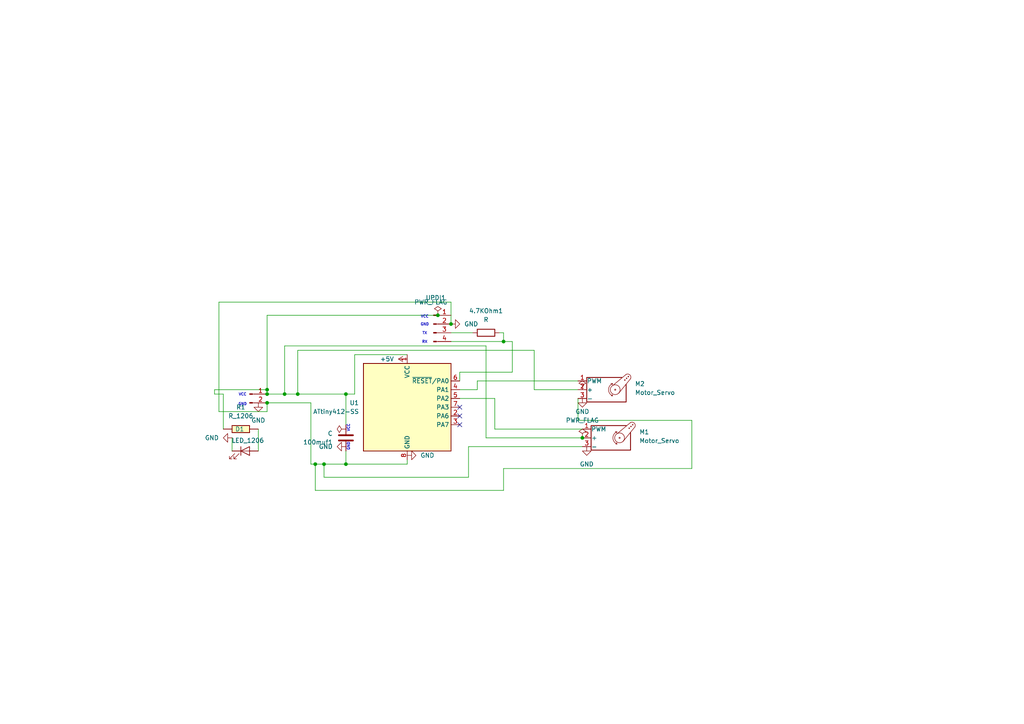
<source format=kicad_sch>
(kicad_sch (version 20231120) (generator "eeschema") (generator_version "8.0")
  (paper "A4")
  (lib_symbols
    (symbol "Connector:Conn_01x02_Pin" (pin_names (offset 1.016) hide)
      (property "Reference" "J" (at 0 2.54 0))
      (property "Value" "Conn_01x02_Pin" (at 0 -5.08 0))
      (symbol "Conn_01x02_Pin_1_1"
        (polyline (pts (xy 1.27 -2.54) (xy 0.8636 -2.54)) (stroke (width 0.1524)))
        (polyline (pts (xy 1.27 0) (xy 0.8636 0)) (stroke (width 0.1524)))
        (rectangle (start 0.8636 -2.413) (end 0 -2.667) (stroke (width 0.1524)) (fill (type outline)))
        (rectangle (start 0.8636 0.127) (end 0 -0.127) (stroke (width 0.1524)) (fill (type outline)))
        (pin passive line (at 5.08 0 180) (length 3.81) (name "Pin_1") (number "1"))
        (pin passive line (at 5.08 -2.54 180) (length 3.81) (name "Pin_2") (number "2"))
      )
    )
    (symbol "Connector:Conn_01x04_Pin" (pin_names (offset 1.016) hide)
      (property "Reference" "J" (at 0 5.08 0))
      (property "Value" "Conn_01x04_Pin" (at 0 -7.62 0))
      (symbol "Conn_01x04_Pin_1_1"
        (polyline (pts (xy 1.27 -5.08) (xy 0.8636 -5.08)) (stroke (width 0.1524)))
        (polyline (pts (xy 1.27 -2.54) (xy 0.8636 -2.54)) (stroke (width 0.1524)))
        (polyline (pts (xy 1.27 0) (xy 0.8636 0)) (stroke (width 0.1524)))
        (polyline (pts (xy 1.27 2.54) (xy 0.8636 2.54)) (stroke (width 0.1524)))
        (rectangle (start 0.8636 -4.953) (end 0 -5.207) (stroke (width 0.1524)) (fill (type outline)))
        (rectangle (start 0.8636 -2.413) (end 0 -2.667) (stroke (width 0.1524)) (fill (type outline)))
        (rectangle (start 0.8636 0.127) (end 0 -0.127) (stroke (width 0.1524)) (fill (type outline)))
        (rectangle (start 0.8636 2.667) (end 0 2.413) (stroke (width 0.1524)) (fill (type outline)))
        (pin passive line (at 5.08 2.54 180) (length 3.81) (name "Pin_1") (number "1"))
        (pin passive line (at 5.08 0 180) (length 3.81) (name "Pin_2") (number "2"))
        (pin passive line (at 5.08 -2.54 180) (length 3.81) (name "Pin_3") (number "3"))
        (pin passive line (at 5.08 -5.08 180) (length 3.81) (name "Pin_4") (number "4"))
      )
    )
    (symbol "Device:C" (pin_numbers hide) (pin_names (offset 0.254))
      (property "Reference" "C" (at 0.635 2.54 0))
      (property "Value" "C" (at 0.635 -2.54 0))
      (symbol "C_0_1"
        (polyline (pts (xy -2.032 -0.762) (xy 2.032 -0.762)) (stroke (width 0.508)))
        (polyline (pts (xy -2.032 0.762) (xy 2.032 0.762)) (stroke (width 0.508)))
      )
      (symbol "C_1_1"
        (pin passive line (at 0 3.81 270) (length 2.794) (name "~") (number "1"))
        (pin passive line (at 0 -3.81 90) (length 2.794) (name "~") (number "2"))
      )
    )
    (symbol "Device:R" (pin_numbers hide) (pin_names (offset 0))
      (property "Reference" "R" (at 2.032 0 90))
      (property "Value" "R" (at 0 0 90))
      (symbol "R_0_1"
        (rectangle (start -1.016 -2.54) (end 1.016 2.54) (stroke (width 0.254)))
      )
      (symbol "R_1_1"
        (pin passive line (at 0 3.81 270) (length 1.27) (name "~") (number "1"))
        (pin passive line (at 0 -3.81 90) (length 1.27) (name "~") (number "2"))
      )
    )
    (symbol "MCU_Microchip_ATtiny:ATtiny412-SS"
      (property "Reference" "U" (at -12.7 13.97 0))
      (property "Value" "ATtiny412-SS" (at 2.54 -13.97 0))
      (symbol "ATtiny412-SS_0_1"
        (rectangle (start -12.7 -12.7) (end 12.7 12.7) (stroke (width 0.254)) (fill (type background)))
      )
      (symbol "ATtiny412-SS_1_1"
        (pin power_in line (at 0 15.24 270) (length 2.54) (name "VCC") (number "1"))
        (pin bidirectional line (at 15.24 -2.54 180) (length 2.54) (name "PA6") (number "2"))
        (pin bidirectional line (at 15.24 -5.08 180) (length 2.54) (name "PA7") (number "3"))
        (pin bidirectional line (at 15.24 5.08 180) (length 2.54) (name "PA1") (number "4"))
        (pin bidirectional line (at 15.24 2.54 180) (length 2.54) (name "PA2") (number "5"))
        (pin bidirectional line (at 15.24 7.62 180) (length 2.54) (name "~{RESET}/PA0") (number "6"))
        (pin bidirectional line (at 15.24 0 180) (length 2.54) (name "PA3") (number "7"))
        (pin power_in line (at 0 -15.24 90) (length 2.54) (name "GND") (number "8"))
      )
    )
    (symbol "Motor:Motor_Servo" (pin_names (offset 0.0254))
      (property "Reference" "M" (at -5.08 4.445 0))
      (property "Value" "Motor_Servo" (at -5.08 -4.064 0))
      (symbol "Motor_Servo_0_1"
        (polyline (pts (xy 2.413 -1.778) (xy 2.032 -1.778)))
        (polyline (pts (xy 2.413 -1.778) (xy 2.286 -1.397)))
        (polyline (pts (xy 2.413 1.778) (xy 1.905 1.778)))
        (polyline (pts (xy 2.413 1.778) (xy 2.286 1.397)))
        (polyline (pts (xy 6.35 4.445) (xy 2.54 1.27)))
        (polyline (pts (xy 7.62 3.175) (xy 4.191 -1.016)))
        (polyline (pts (xy 5.08 3.556) (xy -5.08 3.556) (xy -5.08 -3.556) (xy 6.35 -3.556) (xy 6.35 1.524)) (stroke (width 0.254)))
        (arc (start 2.413 1.778) (mid 1.2406 0) (end 2.413 -1.778))
        (circle (center 3.175 0) (radius 0.1778))
        (circle (center 3.175 0) (radius 1.4224))
        (circle (center 5.969 2.794) (radius 0.127))
        (circle (center 6.477 3.302) (radius 0.127))
        (circle (center 6.985 3.81) (radius 0.127))
        (arc (start 7.62 3.175) (mid 7.4485 4.2735) (end 6.35 4.445))
      )
      (symbol "Motor_Servo_1_1"
        (pin passive line (at -7.62 2.54 0) (length 2.54) (name "PWM") (number "1"))
        (pin passive line (at -7.62 0 0) (length 2.54) (name "+") (number "2"))
        (pin passive line (at -7.62 -2.54 0) (length 2.54) (name "-") (number "3"))
      )
    )
    (symbol "fab:LED_1206" (pin_numbers hide) (pin_names (offset 1.016) hide)
      (property "Reference" "D" (at 0 2.54 0))
      (property "Value" "LED_1206" (at 0 -2.54 0))
      (symbol "LED_1206_0_1"
        (polyline (pts (xy -1.27 -1.27) (xy -1.27 1.27)) (stroke (width 0.2032)))
        (polyline (pts (xy -1.27 0) (xy 1.27 0)))
        (polyline (pts (xy 1.27 -1.27) (xy 1.27 1.27) (xy -1.27 0) (xy 1.27 -1.27)) (stroke (width 0.2032)))
        (polyline (pts (xy -3.048 -0.762) (xy -4.572 -2.286) (xy -3.81 -2.286) (xy -4.572 -2.286) (xy -4.572 -1.524)))
        (polyline (pts (xy -1.778 -0.762) (xy -3.302 -2.286) (xy -2.54 -2.286) (xy -3.302 -2.286) (xy -3.302 -1.524)))
      )
      (symbol "LED_1206_1_1"
        (pin passive line (at -3.81 0 0) (length 2.54) (name "K") (number "1"))
        (pin passive line (at 3.81 0 180) (length 2.54) (name "A") (number "2"))
      )
    )
    (symbol "fab:R_1206" (pin_numbers hide) (pin_names (offset 0))
      (property "Reference" "R" (at 2.54 0 90))
      (property "Value" "R_1206" (at -2.54 0 90))
      (symbol "R_1206_0_1"
        (rectangle (start -1.016 -2.54) (end 1.016 2.54) (stroke (width 0.254)) (fill (type background)))
      )
      (symbol "R_1206_1_1"
        (pin passive line (at 0 5.08 270) (length 2.54) (name "~") (number "1"))
        (pin passive line (at 0 -5.08 90) (length 2.54) (name "~") (number "2"))
      )
    )
    (symbol "power:+5V" (power) (pin_numbers hide) (pin_names (offset 0) hide)
      (property "Value" "+5V" (at 0 3.556 0))
      (symbol "+5V_0_1"
        (polyline (pts (xy -0.762 1.27) (xy 0 2.54)))
        (polyline (pts (xy 0 0) (xy 0 2.54)))
        (polyline (pts (xy 0 2.54) (xy 0.762 1.27)))
      )
      (symbol "+5V_1_1"
        (pin power_in line (at 0 0 90) (length 0) (name "~") (number "1"))
      )
    )
    (symbol "power:GND" (power) (pin_numbers hide) (pin_names (offset 0) hide)
      (property "Value" "GND" (at 0 -3.81 0))
      (symbol "GND_0_1"
        (polyline (pts (xy 0 0) (xy 0 -1.27) (xy 1.27 -1.27) (xy 0 -2.54) (xy -1.27 -1.27) (xy 0 -1.27)))
      )
      (symbol "GND_1_1"
        (pin power_in line (at 0 0 270) (length 0) (name "~") (number "1"))
      )
    )
    (symbol "power:PWR_FLAG" (power) (pin_numbers hide) (pin_names (offset 0) hide)
      (property "Value" "PWR_FLAG" (at 0 3.81 0))
      (symbol "PWR_FLAG_0_0"
        (pin power_out line (at 0 0 90) (length 0) (name "~") (number "1"))
      )
      (symbol "PWR_FLAG_0_1"
        (polyline (pts (xy 0 0) (xy 0 1.27) (xy -1.016 1.905) (xy 0 2.54) (xy 1.016 1.905) (xy 0 1.27)))
      )
    )
  )
  (junction (at 100.33 114.3))
  (junction (at 91.44 134.62))
  (junction (at 77.47 116.84))
  (junction (at 168.91 127))
  (junction (at 100.33 134.62))
  (junction (at 93.98 134.62))
  (junction (at 130.81 93.98))
  (junction (at 82.55 114.3))
  (junction (at 127 91.44))
  (junction (at 86.36 114.3))
  (junction (at 77.47 114.3))
  (junction (at 77.47 113.03))
  (junction (at 146.05 99.06))
  (no_connect (at 133.35 123.19))
  (no_connect (at 133.35 120.65))
  (no_connect (at 133.35 118.11))
  (wire (pts (xy 100.33 130.81) (xy 100.33 134.62)))
  (wire (pts (xy 93.98 138.43) (xy 93.98 134.62)))
  (wire (pts (xy 93.98 134.62) (xy 100.33 134.62)))
  (wire (pts (xy 130.81 87.63) (xy 63.5 87.63)))
  (wire (pts (xy 140.97 127) (xy 140.97 100.33)))
  (wire (pts (xy 102.87 102.87) (xy 118.11 102.87)))
  (wire (pts (xy 100.33 134.62) (xy 118.11 134.62)))
  (wire (pts (xy 167.64 110.49) (xy 138.43 110.49)))
  (wire (pts (xy 90.17 116.84) (xy 90.17 134.62)))
  (wire (pts (xy 77.47 91.44) (xy 77.47 113.03)))
  (wire (pts (xy 63.5 119.38) (xy 77.47 119.38)))
  (wire (pts (xy 135.89 129.54) (xy 135.89 138.43)))
  (wire (pts (xy 168.91 129.54) (xy 135.89 129.54)))
  (wire (pts (xy 62.23 113.03) (xy 77.47 113.03)))
  (wire (pts (xy 90.17 134.62) (xy 91.44 134.62)))
  (wire (pts (xy 154.94 113.03) (xy 154.94 101.6)))
  (wire (pts (xy 167.64 115.57) (xy 167.64 121.92)))
  (wire (pts (xy 144.78 96.52) (xy 146.05 96.52)))
  (wire (pts (xy 62.23 114.3) (xy 64.77 114.3)))
  (wire (pts (xy 168.91 127) (xy 140.97 127)))
  (wire (pts (xy 146.05 142.24) (xy 91.44 142.24)))
  (wire (pts (xy 62.23 114.3) (xy 62.23 113.03)))
  (wire (pts (xy 127 91.44) (xy 130.81 91.44)))
  (wire (pts (xy 100.33 114.3) (xy 100.33 123.19)))
  (wire (pts (xy 102.87 114.3) (xy 102.87 102.87)))
  (wire (pts (xy 100.33 114.3) (xy 102.87 114.3)))
  (wire (pts (xy 91.44 134.62) (xy 93.98 134.62)))
  (wire (pts (xy 168.91 124.46) (xy 143.51 124.46)))
  (wire (pts (xy 200.66 121.92) (xy 200.66 135.89)))
  (wire (pts (xy 64.77 114.3) (xy 64.77 124.46)))
  (wire (pts (xy 77.47 91.44) (xy 127 91.44)))
  (wire (pts (xy 130.81 96.52) (xy 137.16 96.52)))
  (wire (pts (xy 167.64 121.92) (xy 200.66 121.92)))
  (wire (pts (xy 77.47 116.84) (xy 90.17 116.84)))
  (wire (pts (xy 77.47 113.03) (xy 77.47 114.3)))
  (wire (pts (xy 143.51 124.46) (xy 143.51 115.57)))
  (wire (pts (xy 143.51 115.57) (xy 133.35 115.57)))
  (wire (pts (xy 146.05 135.89) (xy 146.05 142.24)))
  (wire (pts (xy 146.05 96.52) (xy 146.05 99.06)))
  (wire (pts (xy 118.11 134.62) (xy 118.11 133.35)))
  (wire (pts (xy 148.59 107.95) (xy 133.35 107.95)))
  (wire (pts (xy 63.5 87.63) (xy 63.5 119.38)))
  (wire (pts (xy 91.44 142.24) (xy 91.44 134.62)))
  (wire (pts (xy 154.94 101.6) (xy 86.36 101.6)))
  (wire (pts (xy 148.59 99.06) (xy 148.59 107.95)))
  (wire (pts (xy 167.64 113.03) (xy 154.94 113.03)))
  (wire (pts (xy 82.55 100.33) (xy 82.55 114.3)))
  (wire (pts (xy 130.81 87.63) (xy 130.81 93.98)))
  (wire (pts (xy 77.47 114.3) (xy 82.55 114.3)))
  (wire (pts (xy 140.97 100.33) (xy 82.55 100.33)))
  (wire (pts (xy 135.89 138.43) (xy 93.98 138.43)))
  (wire (pts (xy 138.43 110.49) (xy 138.43 113.03)))
  (wire (pts (xy 82.55 114.3) (xy 86.36 114.3)))
  (wire (pts (xy 133.35 107.95) (xy 133.35 110.49)))
  (wire (pts (xy 86.36 101.6) (xy 86.36 114.3)))
  (wire (pts (xy 67.31 130.81) (xy 67.31 127)))
  (wire (pts (xy 77.47 119.38) (xy 77.47 116.84)))
  (wire (pts (xy 74.93 130.81) (xy 74.93 124.46)))
  (wire (pts (xy 86.36 114.3) (xy 100.33 114.3)))
  (wire (pts (xy 130.81 99.06) (xy 146.05 99.06)))
  (wire (pts (xy 138.43 113.03) (xy 133.35 113.03)))
  (wire (pts (xy 146.05 99.06) (xy 148.59 99.06)))
  (wire (pts (xy 200.66 135.89) (xy 146.05 135.89)))
  (text "VCC" (at 123.19 91.948 0) (effects (font (size 0.762 0.762))))
  (text "VCC" (at 101.092 124.206 90) (effects (font (size 0.762 0.762))))
  (text "RX" (at 123.19 99.314 0) (effects (font (size 0.762 0.762))))
  (text "GND" (at 101.092 129.54 90) (effects (font (size 0.762 0.762))))
  (text "GND" (at 123.19 94.234 0) (effects (font (size 0.762 0.762))))
  (text "VCC" (at 70.358 114.554 0) (effects (font (size 0.762 0.762))))
  (text "GND" (at 70.358 117.348 0) (effects (font (size 0.762 0.762))))
  (text "TX" (at 123.19 96.774 0) (effects (font (size 0.762 0.762))))
  (symbol (lib_id "power:PWR_FLAG") (at 100.33 124.46 90) (unit 1)
    (property "Reference" "#FLG01" (effects (hide yes)))
    (property "Value" "PWR_FLAG" (effects (hide yes)))
    (property "Description" "Special symbol for telling ERC where power comes from" (effects (hide yes)))
  )
  (symbol (lib_id "power:+5V") (at 118.11 104.14 90) (unit 1)
    (property "Reference" "#PWR010" (effects (hide yes)))
    (property "Value" "+5V" (at 114.3 104.1399 90) (effects (justify left)))
    (property "Description" "Power symbol creates a global label with name \"+5V\"" (effects (hide yes)))
  )
  (symbol (lib_id "Device:C") (at 100.33 127 180) (unit 1)
    (property "Reference" "100muf1" (at 96.52 128.2701 0) (effects (justify left)))
    (property "Value" "C" (at 96.52 125.7301 0) (effects (justify left)))
    (property "Footprint" "Capacitor_SMD:C_0201_0603Metric_Pad0.64x0.40mm_HandSolder" (effects (hide yes)))
    (property "Description" "Unpolarized capacitor" (effects (hide yes)))
  )
  (symbol (lib_id "Connector:Conn_01x04_Pin") (at 125.73 93.98 0) (unit 1)
    (property "Reference" "UPDI1" (at 126.365 86.36 0))
    (property "Value" "Conn_01x04_Pin" (effects (hide yes)))
    (property "Footprint" "Connector_PinHeader_1.00mm:PinHeader_1x04_P1.00mm_Vertical_SMD_Pin1Left" (effects (hide yes)))
    (property "Description" "Generic connector, single row, 01x04, script generated" (effects (hide yes)))
  )
  (symbol (lib_id "power:PWR_FLAG") (at 168.91 127 0) (unit 1)
    (property "Reference" "#FLG05" (effects (hide yes)))
    (property "Value" "PWR_FLAG" (at 168.91 121.92 0))
    (property "Description" "Special symbol for telling ERC where power comes from" (effects (hide yes)))
  )
  (symbol (lib_id "power:GND") (at 168.91 115.57 0) (unit 1)
    (property "Reference" "#PWR05" (effects (hide yes)))
    (property "Value" "GND" (at 168.91 119.38 0))
    (property "Description" "Power symbol creates a global label with name \"GND\" , ground" (effects (hide yes)))
  )
  (symbol (lib_id "Device:R") (at 140.97 96.52 270) (unit 1)
    (property "Reference" "4.7KOhm1" (at 140.97 90.17 90))
    (property "Value" "R" (at 140.97 92.71 90))
    (property "Footprint" "Resistor_SMD:R_1206_3216Metric_Pad1.30x1.75mm_HandSolder" (effects (hide yes)))
    (property "Description" "Resistor" (effects (hide yes)))
  )
  (symbol (lib_id "power:PWR_FLAG") (at 127 91.44 0) (unit 1)
    (property "Reference" "#FLG02" (effects (hide yes)))
    (property "Value" "PWR_FLAG" (at 124.968 87.63 0))
    (property "Description" "Special symbol for telling ERC where power comes from" (effects (hide yes)))
  )
  (symbol (lib_id "power:GND") (at 118.11 132.08 90) (unit 1)
    (property "Reference" "#PWR02" (effects (hide yes)))
    (property "Value" "GND" (at 121.92 132.0799 90) (effects (justify right)))
    (property "Description" "Power symbol creates a global label with name \"GND\" , ground" (effects (hide yes)))
  )
  (symbol (lib_id "Motor:Motor_Servo") (at 175.26 113.03 0) (unit 1)
    (property "Reference" "M2" (at 184.15 111.3265 0) (effects (justify left)))
    (property "Value" "Motor_Servo" (at 184.15 113.8665 0) (effects (justify left)))
    (property "Footprint" "Connector_PinHeader_1.00mm:PinHeader_1x03_P1.00mm_Vertical_SMD_Pin1Right" (effects (hide yes)))
    (property "Datasheet" "http://forums.parallax.com/uploads/attachments/46831/74481.png" (effects (hide yes)))
    (property "Description" "Servo Motor (Futaba, HiTec, JR connector)" (effects (hide yes)))
  )
  (symbol (lib_id "power:GND") (at 100.33 129.54 270) (unit 1)
    (property "Reference" "#PWR03" (effects (hide yes)))
    (property "Value" "GND" (at 96.52 129.5399 90) (effects (justify right)))
    (property "Description" "Power symbol creates a global label with name \"GND\" , ground" (effects (hide yes)))
  )
  (symbol (lib_id "power:GND") (at 74.93 116.84 0) (unit 1)
    (property "Reference" "#PWR01" (effects (hide yes)))
    (property "Value" "GND" (at 74.93 121.92 0))
    (property "Description" "Power symbol creates a global label with name \"GND\" , ground" (effects (hide yes)))
  )
  (symbol (lib_id "power:GND") (at 67.31 127 270) (unit 1)
    (property "Reference" "#PWR07" (effects (hide yes)))
    (property "Value" "GND" (at 63.5 126.9999 90) (effects (justify right)))
    (property "Description" "Power symbol creates a global label with name \"GND\" , ground" (effects (hide yes)))
  )
  (symbol (lib_id "power:GND") (at 130.81 93.98 90) (unit 1)
    (property "Reference" "#PWR04" (effects (hide yes)))
    (property "Value" "GND" (at 134.62 93.9799 90) (effects (justify right)))
    (property "Description" "Power symbol creates a global label with name \"GND\" , ground" (effects (hide yes)))
  )
  (symbol (lib_id "power:GND") (at 170.18 129.54 0) (unit 1)
    (property "Reference" "#PWR06" (effects (hide yes)))
    (property "Value" "GND" (at 170.18 134.62 0))
    (property "Description" "Power symbol creates a global label with name \"GND\" , ground" (effects (hide yes)))
  )
  (symbol (lib_id "fab:R_1206") (at 69.85 124.46 90) (unit 1)
    (property "Reference" "R1" (at 69.85 118.11 90))
    (property "Value" "R_1206" (at 69.85 120.65 90))
    (property "Footprint" "fab:R_1206" (effects (hide yes)))
    (property "Description" "Resistor" (effects (hide yes)))
  )
  (symbol (lib_id "Motor:Motor_Servo") (at 176.53 127 0) (unit 1)
    (property "Reference" "M1" (at 185.42 125.2965 0) (effects (justify left)))
    (property "Value" "Motor_Servo" (at 185.42 127.8365 0) (effects (justify left)))
    (property "Footprint" "Connector_PinHeader_1.00mm:PinHeader_1x03_P1.00mm_Vertical_SMD_Pin1Right" (effects (hide yes)))
    (property "Datasheet" "http://forums.parallax.com/uploads/attachments/46831/74481.png" (effects (hide yes)))
    (property "Description" "Servo Motor (Futaba, HiTec, JR connector)" (effects (hide yes)))
  )
  (symbol (lib_id "power:PWR_FLAG") (at 168.91 113.03 0) (unit 1)
    (property "Reference" "#FLG04" (effects (hide yes)))
    (property "Value" "PWR_FLAG" (effects (hide yes)))
    (property "Description" "Special symbol for telling ERC where power comes from" (effects (hide yes)))
  )
  (symbol (lib_id "MCU_Microchip_ATtiny:ATtiny412-SS") (at 118.11 118.11 0) (unit 1)
    (property "Reference" "U1" (at 104.14 116.8399 0) (effects (justify right)))
    (property "Value" "ATtiny412-SS" (at 104.14 119.3799 0) (effects (justify right)))
    (property "Footprint" "Package_SO:SSOP-8_3.95x5.21x3.27mm_P1.27mm" (effects (hide yes)))
    (property "Datasheet" "http://ww1.microchip.com/downloads/en/DeviceDoc/40001911A.pdf" (effects (hide yes)))
    (property "Description" "20MHz, 4kB Flash, 256B SRAM, 128B EEPROM, SOIC-8" (effects (hide yes)))
  )
  (symbol (lib_id "fab:LED_1206") (at 71.12 130.81 0) (unit 1)
    (property "Reference" "D1" (at 69.5198 124.46 0))
    (property "Value" "LED_1206" (at 71.882 127.762 0))
    (property "Footprint" "fab:LED_1206" (effects (hide yes)))
    (property "Datasheet" "https://optoelectronics.liteon.com/upload/download/DS-22-98-0002/LTST-C150CKT.pdf" (effects (hide yes)))
    (property "Description" "Light emitting diode, Lite-On Inc. LTST, SMD" (effects (hide yes)))
  )
  (symbol (lib_id "Connector:Conn_01x02_Pin") (at 72.39 114.3 0) (unit 1)
    (property "Reference" "Power(5V)1" (effects (hide yes)))
    (property "Value" "Conn_01x02_Pin" (effects (hide yes)))
    (property "Footprint" "Connector_PinHeader_1.00mm:PinHeader_1x02_P1.00mm_Vertical_SMD_Pin1Left" (effects (hide yes)))
    (property "Description" "Generic connector, single row, 01x02, script generated" (effects (hide yes)))
  )
)
</source>
